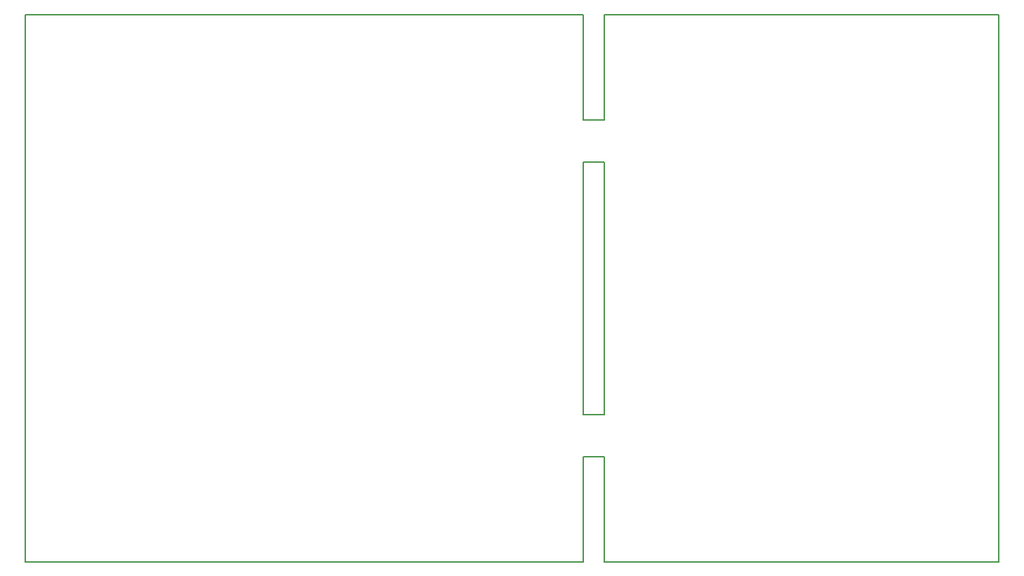
<source format=gbr>
G04 #@! TF.FileFunction,Profile,NP*
%FSLAX46Y46*%
G04 Gerber Fmt 4.6, Leading zero omitted, Abs format (unit mm)*
G04 Created by KiCad (PCBNEW 4.0.2-4+6225~38~ubuntu14.04.1-stable) date Mon 26 Dec 2016 11:00:54 AM CET*
%MOMM*%
G01*
G04 APERTURE LIST*
%ADD10C,0.100000*%
%ADD11C,0.150000*%
G04 APERTURE END LIST*
D10*
D11*
X189230000Y-123190000D02*
X189230000Y-135890000D01*
X189230000Y-87630000D02*
X189230000Y-118110000D01*
X186690000Y-123190000D02*
X186690000Y-135890000D01*
X186690000Y-87630000D02*
X186690000Y-118110000D01*
X186690000Y-118110000D02*
X189230000Y-118110000D01*
X186690000Y-87630000D02*
X189230000Y-87630000D01*
X186690000Y-82550000D02*
X189230000Y-82550000D01*
X186690000Y-123190000D02*
X189230000Y-123190000D01*
X189230000Y-69850000D02*
X189230000Y-82550000D01*
X236855000Y-135890000D02*
X189230000Y-135890000D01*
X236855000Y-69850000D02*
X236855000Y-135890000D01*
X189230000Y-69850000D02*
X236855000Y-69850000D01*
X119380000Y-135890000D02*
X119380000Y-69850000D01*
X186690000Y-135890000D02*
X119380000Y-135890000D01*
X186690000Y-69850000D02*
X186690000Y-82550000D01*
X119380000Y-69850000D02*
X186690000Y-69850000D01*
M02*

</source>
